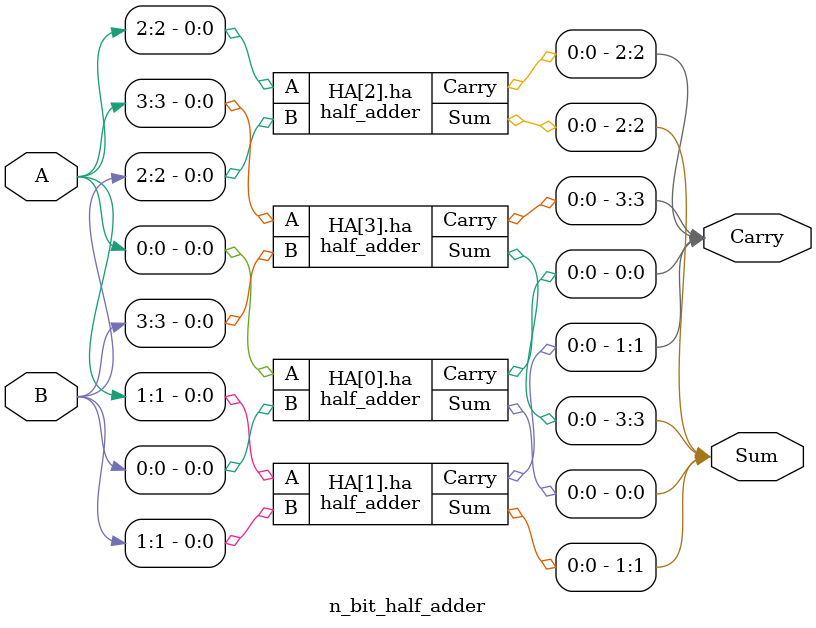
<source format=v>
module half_adder (
    input wire A,        // First input bit
    input wire B,        // Second input bit
    output wire Sum,     // Sum output
    output wire Carry    // Carry output
);

    // Sum and Carry calculations
    assign Sum = A ^ B;      // Sum is the XOR of A and B
    assign Carry = A & B;    // Carry is the AND of A and B

endmodule


// n-bit Half Adder
module n_bit_half_adder #(
    parameter N = 4        // Default to 4-bit, can be adjusted as needed
)(
    input wire [N-1:0] A,  // N-bit input A
    input wire [N-1:0] B,  // N-bit input B
    output wire [N-1:0] Sum,   // N-bit sum output
    output wire [N-1:0] Carry  // N-bit carry output
);

    // Instantiate n 1-bit half adders
    genvar i;
    generate
        for (i = 0; i < N; i = i + 1) begin : HA
            half_adder ha (
                .A(A[i]),
                .B(B[i]),
                .Sum(Sum[i]),
                .Carry(Carry[i])
            );
        end
    endgenerate

endmodule

</source>
